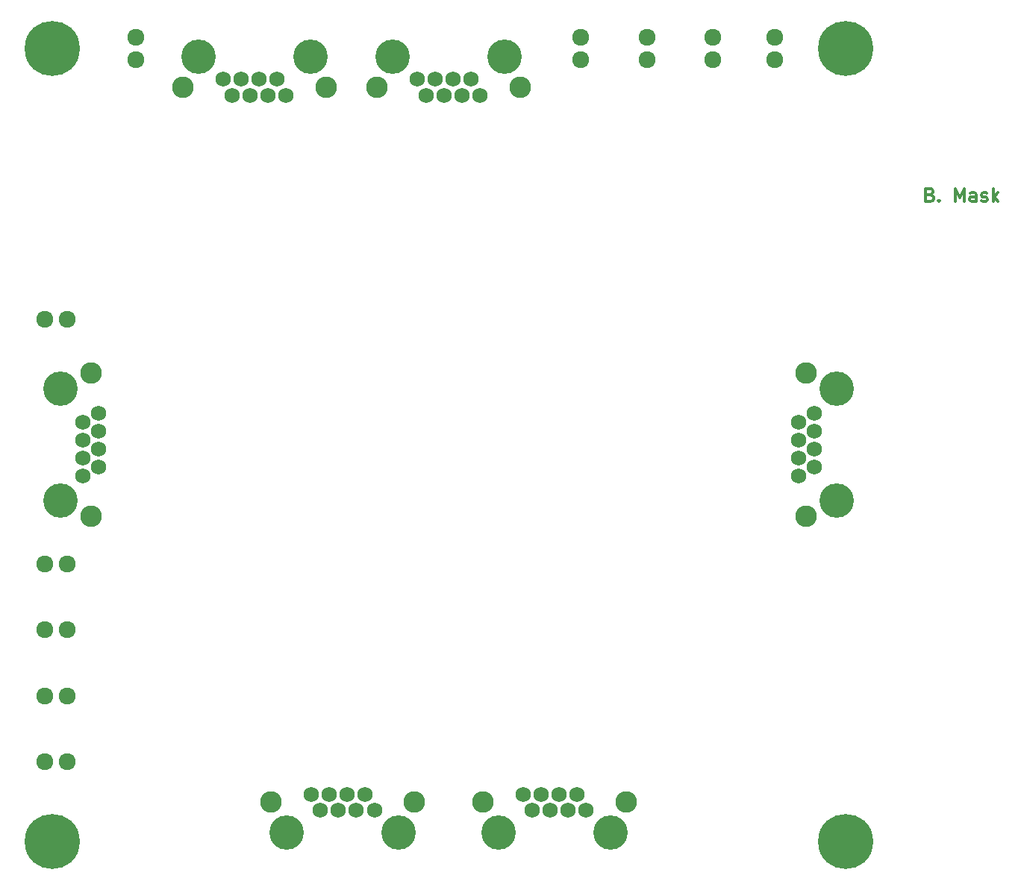
<source format=gbs>
G04 (created by PCBNEW (2013-07-07 BZR 4022)-stable) date 9/18/2013 12:24:05*
%MOIN*%
G04 Gerber Fmt 3.4, Leading zero omitted, Abs format*
%FSLAX34Y34*%
G01*
G70*
G90*
G04 APERTURE LIST*
%ADD10C,0.00590551*%
%ADD11C,0.011811*%
%ADD12C,0.246063*%
%ADD13C,0.0758425*%
%ADD14C,0.153543*%
%ADD15C,0.0689425*%
%ADD16C,0.0964567*%
G04 APERTURE END LIST*
G54D10*
G54D11*
X51428Y-17173D02*
X51512Y-17201D01*
X51541Y-17230D01*
X51569Y-17286D01*
X51569Y-17370D01*
X51541Y-17426D01*
X51512Y-17455D01*
X51456Y-17483D01*
X51231Y-17483D01*
X51231Y-16892D01*
X51428Y-16892D01*
X51484Y-16920D01*
X51512Y-16948D01*
X51541Y-17005D01*
X51541Y-17061D01*
X51512Y-17117D01*
X51484Y-17145D01*
X51428Y-17173D01*
X51231Y-17173D01*
X51822Y-17426D02*
X51850Y-17455D01*
X51822Y-17483D01*
X51794Y-17455D01*
X51822Y-17426D01*
X51822Y-17483D01*
X52553Y-17483D02*
X52553Y-16892D01*
X52750Y-17314D01*
X52947Y-16892D01*
X52947Y-17483D01*
X53481Y-17483D02*
X53481Y-17173D01*
X53453Y-17117D01*
X53397Y-17089D01*
X53284Y-17089D01*
X53228Y-17117D01*
X53481Y-17455D02*
X53425Y-17483D01*
X53284Y-17483D01*
X53228Y-17455D01*
X53200Y-17398D01*
X53200Y-17342D01*
X53228Y-17286D01*
X53284Y-17258D01*
X53425Y-17258D01*
X53481Y-17230D01*
X53734Y-17455D02*
X53790Y-17483D01*
X53903Y-17483D01*
X53959Y-17455D01*
X53987Y-17398D01*
X53987Y-17370D01*
X53959Y-17314D01*
X53903Y-17286D01*
X53818Y-17286D01*
X53762Y-17258D01*
X53734Y-17201D01*
X53734Y-17173D01*
X53762Y-17117D01*
X53818Y-17089D01*
X53903Y-17089D01*
X53959Y-17117D01*
X54240Y-17483D02*
X54240Y-16892D01*
X54296Y-17258D02*
X54465Y-17483D01*
X54465Y-17089D02*
X54240Y-17314D01*
G54D12*
X12204Y-10629D03*
X47637Y-10629D03*
X47637Y-46062D03*
X12204Y-46062D03*
G54D13*
X44488Y-10129D03*
X44488Y-11129D03*
X41732Y-10129D03*
X41732Y-11129D03*
X38779Y-10129D03*
X38779Y-11129D03*
X35826Y-10129D03*
X35826Y-11129D03*
X11901Y-42519D03*
X12901Y-42519D03*
X11901Y-39566D03*
X12901Y-39566D03*
X11901Y-36614D03*
X12901Y-36614D03*
X11901Y-33661D03*
X12901Y-33661D03*
X15944Y-10129D03*
X15944Y-11129D03*
X12901Y-22736D03*
X11901Y-22736D03*
G54D14*
X47244Y-25846D03*
X47244Y-30846D03*
G54D15*
X46244Y-26940D03*
X45543Y-27342D03*
X46244Y-27744D03*
X45543Y-28145D03*
X46244Y-28547D03*
X45543Y-28948D03*
X46244Y-29350D03*
X45543Y-29751D03*
G54D16*
X45893Y-25145D03*
X45893Y-31547D03*
G54D14*
X12598Y-30846D03*
X12598Y-25846D03*
G54D15*
X13598Y-29751D03*
X14299Y-29350D03*
X13598Y-28948D03*
X14299Y-28547D03*
X13598Y-28145D03*
X14299Y-27744D03*
X13598Y-27342D03*
X14299Y-26940D03*
G54D16*
X13948Y-31547D03*
X13948Y-25145D03*
G54D14*
X27421Y-11023D03*
X32421Y-11023D03*
G54D15*
X28515Y-12023D03*
X28917Y-12724D03*
X29318Y-12023D03*
X29720Y-12724D03*
X30122Y-12023D03*
X30523Y-12724D03*
X30925Y-12023D03*
X31326Y-12724D03*
G54D16*
X26720Y-12374D03*
X33122Y-12374D03*
G54D14*
X18759Y-11023D03*
X23759Y-11023D03*
G54D15*
X19854Y-12023D03*
X20255Y-12724D03*
X20657Y-12023D03*
X21059Y-12724D03*
X21460Y-12023D03*
X21862Y-12724D03*
X22263Y-12023D03*
X22665Y-12724D03*
G54D16*
X18059Y-12374D03*
X24460Y-12374D03*
G54D14*
X37145Y-45669D03*
X32145Y-45669D03*
G54D15*
X36051Y-44669D03*
X35649Y-43968D03*
X35248Y-44669D03*
X34846Y-43968D03*
X34444Y-44669D03*
X34043Y-43968D03*
X33641Y-44669D03*
X33240Y-43968D03*
G54D16*
X37846Y-44318D03*
X31444Y-44318D03*
G54D14*
X27696Y-45669D03*
X22696Y-45669D03*
G54D15*
X26602Y-44669D03*
X26200Y-43968D03*
X25799Y-44669D03*
X25397Y-43968D03*
X24996Y-44669D03*
X24594Y-43968D03*
X24192Y-44669D03*
X23791Y-43968D03*
G54D16*
X28397Y-44318D03*
X21996Y-44318D03*
M02*

</source>
